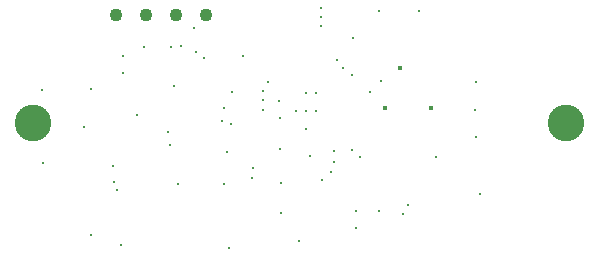
<source format=gbr>
%TF.GenerationSoftware,Altium Limited,Altium Designer,24.1.2 (44)*%
G04 Layer_Color=0*
%FSLAX45Y45*%
%MOMM*%
%TF.SameCoordinates,480B7A5E-9FD5-4732-A4F6-FD879BEA9CF3*%
%TF.FilePolarity,Positive*%
%TF.FileFunction,Plated,1,2,PTH,Drill*%
%TF.Part,Single*%
G01*
G75*
%TA.AperFunction,OtherDrill,Pad Free-3 (119.888mm,81.81mm)*%
%ADD50C,3.10000*%
%TA.AperFunction,ComponentDrill*%
%ADD51C,1.10000*%
%TA.AperFunction,OtherDrill,Pad Free-3 (74.76mm,81.81mm)*%
%ADD52C,3.10000*%
%TA.AperFunction,ViaDrill,NotFilled*%
%ADD53C,0.30000*%
%ADD54C,0.40000*%
D50*
X11988800Y8181000D02*
D03*
D51*
X8178800Y9093200D02*
D03*
X8432800D02*
D03*
X8686800D02*
D03*
X8940800D02*
D03*
D52*
X7475961Y8181039D02*
D03*
D53*
X8423584Y8820790D02*
D03*
X8736421Y8827803D02*
D03*
X8862559Y8777163D02*
D03*
X8928459Y8731138D02*
D03*
X8648700Y8826500D02*
D03*
X10185400Y8902700D02*
D03*
X9258948Y8744760D02*
D03*
X8839616Y8980779D02*
D03*
X9918700Y9004300D02*
D03*
Y9080500D02*
D03*
Y9156700D02*
D03*
X9579600Y7420600D02*
D03*
X10210800Y7432600D02*
D03*
X10213300Y7287600D02*
D03*
X8155800Y7815100D02*
D03*
X10410800Y7432600D02*
D03*
X10025800Y7945100D02*
D03*
X9928300Y7700100D02*
D03*
X9335800Y7717600D02*
D03*
X10180693Y8582984D02*
D03*
X10425375Y8534452D02*
D03*
X10750600Y9128900D02*
D03*
X11228300Y8522600D02*
D03*
X11230800Y8065100D02*
D03*
X10893300Y7890100D02*
D03*
X11263300Y7577600D02*
D03*
X9728300Y7180100D02*
D03*
X8163300Y7677600D02*
D03*
X8190800Y7612600D02*
D03*
X9123300Y7930100D02*
D03*
X8675800Y8495100D02*
D03*
X9562350Y8362600D02*
D03*
X9568300Y8225100D02*
D03*
Y7957600D02*
D03*
X9790800Y8432600D02*
D03*
X9873300Y8285100D02*
D03*
X9708300D02*
D03*
X9790800Y8130100D02*
D03*
X9793300Y8285100D02*
D03*
X10003300Y7767600D02*
D03*
X10028300Y7852600D02*
D03*
X9424250Y8292600D02*
D03*
X9424109Y8372600D02*
D03*
X9427533Y8453638D02*
D03*
X9168300Y8442600D02*
D03*
X9468462Y8527409D02*
D03*
X9873300Y8432600D02*
D03*
X9095800Y7662600D02*
D03*
X8705800D02*
D03*
X10330800Y8442600D02*
D03*
X10178300Y7950100D02*
D03*
X10248300Y7895100D02*
D03*
X9338300Y7797600D02*
D03*
X10608300Y7410100D02*
D03*
X10655800Y7487600D02*
D03*
X9080800Y8197600D02*
D03*
X9578300Y7670100D02*
D03*
X9154962Y8167600D02*
D03*
X9093300Y8310100D02*
D03*
X9823912Y7900122D02*
D03*
X8225800Y7145100D02*
D03*
X8363300Y8245100D02*
D03*
X8625800Y8102600D02*
D03*
X8635800Y7992600D02*
D03*
X7970800Y7227600D02*
D03*
X10410600Y9126400D02*
D03*
X11225800Y8287600D02*
D03*
X9140800Y7120100D02*
D03*
X8240800Y8742600D02*
D03*
X8238300Y8600100D02*
D03*
X7968300Y8470100D02*
D03*
X7910800Y8142601D02*
D03*
X7565800Y7840100D02*
D03*
X7555800Y8462600D02*
D03*
X10053300Y8712600D02*
D03*
X10103300Y8647600D02*
D03*
D54*
X10588300D02*
D03*
X10460799Y8305100D02*
D03*
X10845800D02*
D03*
%TF.MD5,9823bad7b9e86d3e5cc18113917b5fe3*%
M02*

</source>
